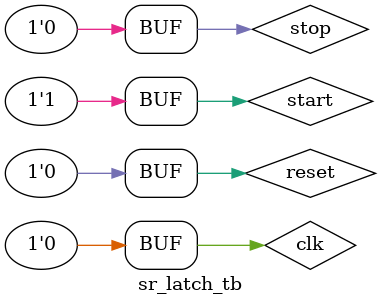
<source format=v>
module sr_latch(clk,reset,start,stop,count);
input clk;
input reset;
input start;
input stop;
output[3:0] count;

reg cnt_en;
reg[3:0] count=4'h0;
reg stop_d1;
reg stop_d2;

always @(posedge clk or posedge reset)
begin
        if(reset)
            cnt_en <= 1'b0;
        else if (start)
            cnt_en <= 1'b1;
        else if (stop)
            cnt_en <= 1'b0;
end

always @(posedge clk or posedge reset)
begin
    if (reset)
        count <= 4'h0;
    else if (cnt_en && count == 4'd13)
        count <= 4'h0;
    else if (cnt_en)
        count <= count + 1;
end

always @(posedge clk or posedge reset)
begin
    if (reset)
    begin
        stop_d1 <= 1'b0;
        stop_d2 <= 1'b0;
    end
    else
    begin
        stop_d1 <= stop;
        stop_d2 <= stop_d1;
    end
end
endmodule

module sr_latch_tb;
reg clk;
reg reset;
reg start;
reg stop;
wire[3:0] count;

sr_latch UUT(
    .clk(clk),
    .reset(reset),
    .start(start),
    .stop(stop),
    .count(count)
);

initial begin
    $dumpfile("sr_latch.vcd");
    $dumpvars(0,sr_latch_tb);
    reset=0;stop=0;start=1;clk=1;#10;
    clk=0;#10;
    clk=1;#10;
    clk=0;#10;
    clk=1;#10;
    clk=0;#10;
    clk=1;#10;
    clk=0;#10;
    clk=1;#10;
    clk=0;#10;
    clk=1;#10;
    clk=0;#10;

    stop=1;start=0;clk=1;#10;
    clk=0;#10;
    clk=1;#10;
    clk=0;#10;
    clk=1;#10;
    start=1;stop=0;clk=0;#10;
    clk=1;#10;
    clk=0;#10;
    clk=1;#10;
    clk=0;#10;
    clk=1;#10;
    clk=0;#10;
end

endmodule
</source>
